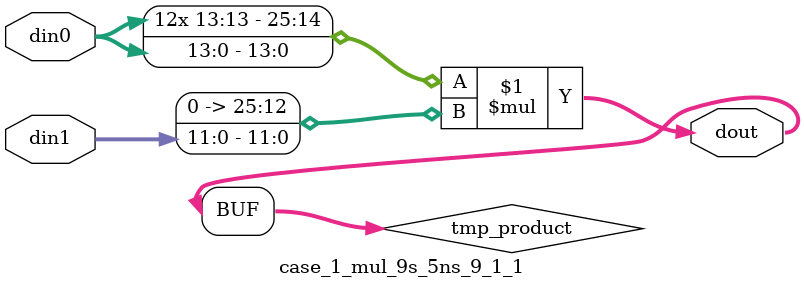
<source format=v>

`timescale 1 ns / 1 ps

 (* use_dsp = "no" *)  module case_1_mul_9s_5ns_9_1_1(din0, din1, dout);
parameter ID = 1;
parameter NUM_STAGE = 0;
parameter din0_WIDTH = 14;
parameter din1_WIDTH = 12;
parameter dout_WIDTH = 26;

input [din0_WIDTH - 1 : 0] din0; 
input [din1_WIDTH - 1 : 0] din1; 
output [dout_WIDTH - 1 : 0] dout;

wire signed [dout_WIDTH - 1 : 0] tmp_product;


























assign tmp_product = $signed(din0) * $signed({1'b0, din1});









assign dout = tmp_product;





















endmodule

</source>
